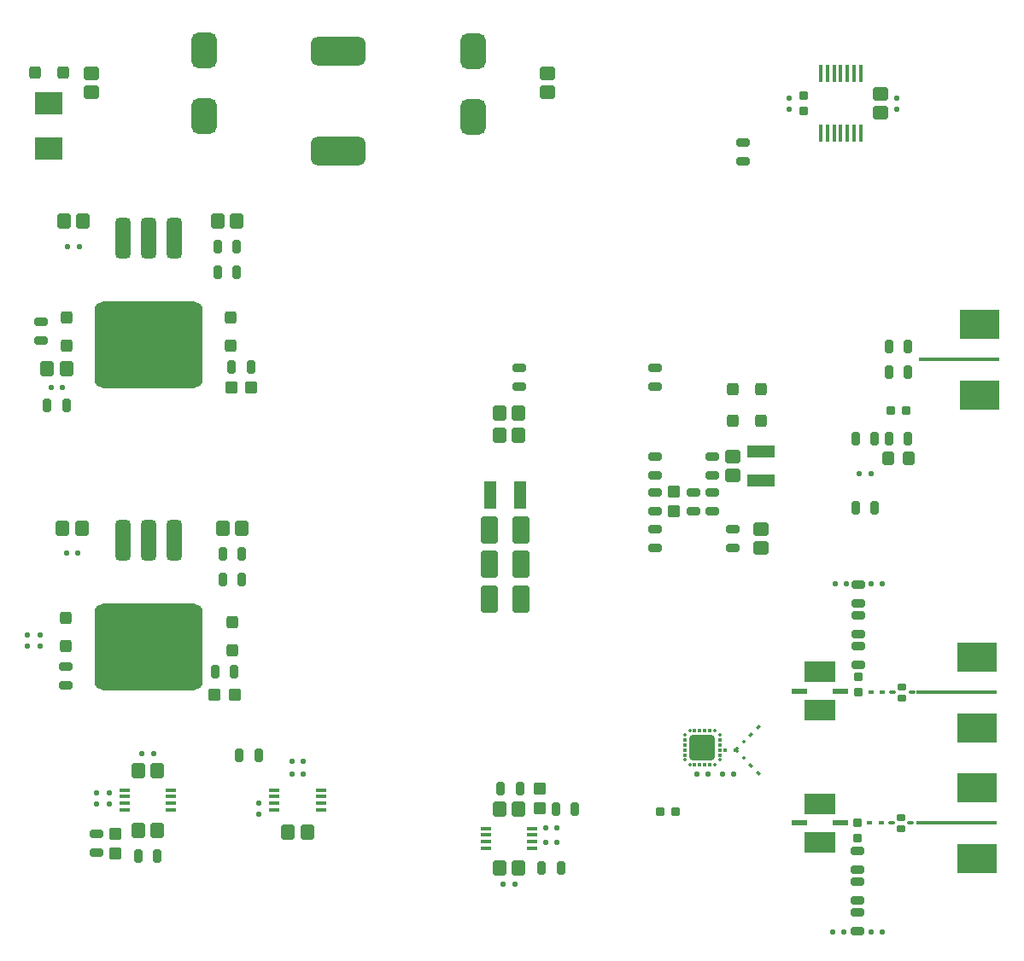
<source format=gtp>
%FSLAX23Y23*%
%MOIN*%
G70*
G01*
G75*
G04 Layer_Color=8421504*
%ADD10C,0.010*%
%ADD11C,0.020*%
%ADD12C,0.015*%
%ADD13C,0.012*%
%ADD14R,0.060X0.023*%
%ADD15R,0.120X0.080*%
G04:AMPARAMS|DCode=16|XSize=51mil|YSize=59mil|CornerRadius=8mil|HoleSize=0mil|Usage=FLASHONLY|Rotation=90.000|XOffset=0mil|YOffset=0mil|HoleType=Round|Shape=RoundedRectangle|*
%AMROUNDEDRECTD16*
21,1,0.051,0.044,0,0,90.0*
21,1,0.036,0.059,0,0,90.0*
1,1,0.015,0.022,0.018*
1,1,0.015,0.022,-0.018*
1,1,0.015,-0.022,-0.018*
1,1,0.015,-0.022,0.018*
%
%ADD16ROUNDEDRECTD16*%
G04:AMPARAMS|DCode=17|XSize=24mil|YSize=24mil|CornerRadius=6mil|HoleSize=0mil|Usage=FLASHONLY|Rotation=90.000|XOffset=0mil|YOffset=0mil|HoleType=Round|Shape=RoundedRectangle|*
%AMROUNDEDRECTD17*
21,1,0.024,0.012,0,0,90.0*
21,1,0.012,0.024,0,0,90.0*
1,1,0.012,0.006,0.006*
1,1,0.012,0.006,-0.006*
1,1,0.012,-0.006,-0.006*
1,1,0.012,-0.006,0.006*
%
%ADD17ROUNDEDRECTD17*%
G04:AMPARAMS|DCode=18|XSize=51mil|YSize=59mil|CornerRadius=8mil|HoleSize=0mil|Usage=FLASHONLY|Rotation=180.000|XOffset=0mil|YOffset=0mil|HoleType=Round|Shape=RoundedRectangle|*
%AMROUNDEDRECTD18*
21,1,0.051,0.044,0,0,180.0*
21,1,0.036,0.059,0,0,180.0*
1,1,0.015,-0.018,0.022*
1,1,0.015,0.018,0.022*
1,1,0.015,0.018,-0.022*
1,1,0.015,-0.018,-0.022*
%
%ADD18ROUNDEDRECTD18*%
G04:AMPARAMS|DCode=19|XSize=24mil|YSize=24mil|CornerRadius=6mil|HoleSize=0mil|Usage=FLASHONLY|Rotation=0.000|XOffset=0mil|YOffset=0mil|HoleType=Round|Shape=RoundedRectangle|*
%AMROUNDEDRECTD19*
21,1,0.024,0.012,0,0,0.0*
21,1,0.012,0.024,0,0,0.0*
1,1,0.012,0.006,-0.006*
1,1,0.012,-0.006,-0.006*
1,1,0.012,-0.006,0.006*
1,1,0.012,0.006,0.006*
%
%ADD19ROUNDEDRECTD19*%
%ADD20P,0.024X4X360.0*%
%ADD21P,0.024X4X90.0*%
%ADD22R,0.017X0.017*%
G04:AMPARAMS|DCode=23|XSize=98mil|YSize=138mil|CornerRadius=25mil|HoleSize=0mil|Usage=FLASHONLY|Rotation=0.000|XOffset=0mil|YOffset=0mil|HoleType=Round|Shape=RoundedRectangle|*
%AMROUNDEDRECTD23*
21,1,0.098,0.089,0,0,0.0*
21,1,0.049,0.138,0,0,0.0*
1,1,0.049,0.025,-0.044*
1,1,0.049,-0.025,-0.044*
1,1,0.049,-0.025,0.044*
1,1,0.049,0.025,0.044*
%
%ADD23ROUNDEDRECTD23*%
G04:AMPARAMS|DCode=24|XSize=106mil|YSize=67mil|CornerRadius=10mil|HoleSize=0mil|Usage=FLASHONLY|Rotation=270.000|XOffset=0mil|YOffset=0mil|HoleType=Round|Shape=RoundedRectangle|*
%AMROUNDEDRECTD24*
21,1,0.106,0.047,0,0,270.0*
21,1,0.086,0.067,0,0,270.0*
1,1,0.020,-0.023,-0.043*
1,1,0.020,-0.023,0.043*
1,1,0.020,0.023,0.043*
1,1,0.020,0.023,-0.043*
%
%ADD24ROUNDEDRECTD24*%
G04:AMPARAMS|DCode=25|XSize=35mil|YSize=35mil|CornerRadius=5mil|HoleSize=0mil|Usage=FLASHONLY|Rotation=270.000|XOffset=0mil|YOffset=0mil|HoleType=Round|Shape=RoundedRectangle|*
%AMROUNDEDRECTD25*
21,1,0.035,0.025,0,0,270.0*
21,1,0.025,0.035,0,0,270.0*
1,1,0.011,-0.012,-0.012*
1,1,0.011,-0.012,0.012*
1,1,0.011,0.012,0.012*
1,1,0.011,0.012,-0.012*
%
%ADD25ROUNDEDRECTD25*%
G04:AMPARAMS|DCode=26|XSize=51mil|YSize=47mil|CornerRadius=7mil|HoleSize=0mil|Usage=FLASHONLY|Rotation=90.000|XOffset=0mil|YOffset=0mil|HoleType=Round|Shape=RoundedRectangle|*
%AMROUNDEDRECTD26*
21,1,0.051,0.033,0,0,90.0*
21,1,0.037,0.047,0,0,90.0*
1,1,0.014,0.017,0.019*
1,1,0.014,0.017,-0.019*
1,1,0.014,-0.017,-0.019*
1,1,0.014,-0.017,0.019*
%
%ADD26ROUNDEDRECTD26*%
G04:AMPARAMS|DCode=27|XSize=47mil|YSize=47mil|CornerRadius=12mil|HoleSize=0mil|Usage=FLASHONLY|Rotation=270.000|XOffset=0mil|YOffset=0mil|HoleType=Round|Shape=RoundedRectangle|*
%AMROUNDEDRECTD27*
21,1,0.047,0.024,0,0,270.0*
21,1,0.024,0.047,0,0,270.0*
1,1,0.024,-0.012,-0.012*
1,1,0.024,-0.012,0.012*
1,1,0.024,0.012,0.012*
1,1,0.024,0.012,-0.012*
%
%ADD27ROUNDEDRECTD27*%
G04:AMPARAMS|DCode=28|XSize=47mil|YSize=47mil|CornerRadius=12mil|HoleSize=0mil|Usage=FLASHONLY|Rotation=180.000|XOffset=0mil|YOffset=0mil|HoleType=Round|Shape=RoundedRectangle|*
%AMROUNDEDRECTD28*
21,1,0.047,0.024,0,0,180.0*
21,1,0.024,0.047,0,0,180.0*
1,1,0.024,-0.012,0.012*
1,1,0.024,0.012,0.012*
1,1,0.024,0.012,-0.012*
1,1,0.024,-0.012,-0.012*
%
%ADD28ROUNDEDRECTD28*%
%ADD29R,0.110X0.085*%
G04:AMPARAMS|DCode=30|XSize=47mil|YSize=47mil|CornerRadius=7mil|HoleSize=0mil|Usage=FLASHONLY|Rotation=180.000|XOffset=0mil|YOffset=0mil|HoleType=Round|Shape=RoundedRectangle|*
%AMROUNDEDRECTD30*
21,1,0.047,0.033,0,0,180.0*
21,1,0.033,0.047,0,0,180.0*
1,1,0.014,-0.017,0.017*
1,1,0.014,0.017,0.017*
1,1,0.014,0.017,-0.017*
1,1,0.014,-0.017,-0.017*
%
%ADD30ROUNDEDRECTD30*%
G04:AMPARAMS|DCode=31|XSize=47mil|YSize=47mil|CornerRadius=7mil|HoleSize=0mil|Usage=FLASHONLY|Rotation=270.000|XOffset=0mil|YOffset=0mil|HoleType=Round|Shape=RoundedRectangle|*
%AMROUNDEDRECTD31*
21,1,0.047,0.033,0,0,270.0*
21,1,0.033,0.047,0,0,270.0*
1,1,0.014,-0.017,-0.017*
1,1,0.014,-0.017,0.017*
1,1,0.014,0.017,0.017*
1,1,0.014,0.017,-0.017*
%
%ADD31ROUNDEDRECTD31*%
G04:AMPARAMS|DCode=32|XSize=35mil|YSize=35mil|CornerRadius=5mil|HoleSize=0mil|Usage=FLASHONLY|Rotation=0.000|XOffset=0mil|YOffset=0mil|HoleType=Round|Shape=RoundedRectangle|*
%AMROUNDEDRECTD32*
21,1,0.035,0.025,0,0,0.0*
21,1,0.025,0.035,0,0,0.0*
1,1,0.011,0.012,-0.012*
1,1,0.011,-0.012,-0.012*
1,1,0.011,-0.012,0.012*
1,1,0.011,0.012,0.012*
%
%ADD32ROUNDEDRECTD32*%
G04:AMPARAMS|DCode=33|XSize=28mil|YSize=51mil|CornerRadius=4mil|HoleSize=0mil|Usage=FLASHONLY|Rotation=180.000|XOffset=0mil|YOffset=0mil|HoleType=Round|Shape=RoundedRectangle|*
%AMROUNDEDRECTD33*
21,1,0.028,0.043,0,0,180.0*
21,1,0.019,0.051,0,0,180.0*
1,1,0.008,-0.010,0.021*
1,1,0.008,0.010,0.021*
1,1,0.008,0.010,-0.021*
1,1,0.008,-0.010,-0.021*
%
%ADD33ROUNDEDRECTD33*%
G04:AMPARAMS|DCode=34|XSize=28mil|YSize=51mil|CornerRadius=4mil|HoleSize=0mil|Usage=FLASHONLY|Rotation=270.000|XOffset=0mil|YOffset=0mil|HoleType=Round|Shape=RoundedRectangle|*
%AMROUNDEDRECTD34*
21,1,0.028,0.043,0,0,270.0*
21,1,0.019,0.051,0,0,270.0*
1,1,0.008,-0.021,-0.010*
1,1,0.008,-0.021,0.010*
1,1,0.008,0.021,0.010*
1,1,0.008,0.021,-0.010*
%
%ADD34ROUNDEDRECTD34*%
G04:AMPARAMS|DCode=35|XSize=24mil|YSize=24mil|CornerRadius=5mil|HoleSize=0mil|Usage=FLASHONLY|Rotation=180.000|XOffset=0mil|YOffset=0mil|HoleType=Round|Shape=RoundedRectangle|*
%AMROUNDEDRECTD35*
21,1,0.024,0.014,0,0,180.0*
21,1,0.014,0.024,0,0,180.0*
1,1,0.009,-0.007,0.007*
1,1,0.009,0.007,0.007*
1,1,0.009,0.007,-0.007*
1,1,0.009,-0.007,-0.007*
%
%ADD35ROUNDEDRECTD35*%
%ADD36R,0.157X0.118*%
%ADD37R,0.315X0.017*%
G04:AMPARAMS|DCode=38|XSize=24mil|YSize=24mil|CornerRadius=5mil|HoleSize=0mil|Usage=FLASHONLY|Rotation=270.000|XOffset=0mil|YOffset=0mil|HoleType=Round|Shape=RoundedRectangle|*
%AMROUNDEDRECTD38*
21,1,0.024,0.014,0,0,270.0*
21,1,0.014,0.024,0,0,270.0*
1,1,0.009,-0.007,-0.007*
1,1,0.009,-0.007,0.007*
1,1,0.009,0.007,0.007*
1,1,0.009,0.007,-0.007*
%
%ADD38ROUNDEDRECTD38*%
G04:AMPARAMS|DCode=39|XSize=114mil|YSize=213mil|CornerRadius=29mil|HoleSize=0mil|Usage=FLASHONLY|Rotation=90.000|XOffset=0mil|YOffset=0mil|HoleType=Round|Shape=RoundedRectangle|*
%AMROUNDEDRECTD39*
21,1,0.114,0.156,0,0,90.0*
21,1,0.057,0.213,0,0,90.0*
1,1,0.057,0.078,0.029*
1,1,0.057,0.078,-0.029*
1,1,0.057,-0.078,-0.029*
1,1,0.057,-0.078,0.029*
%
%ADD39ROUNDEDRECTD39*%
%ADD40R,0.051X0.106*%
%ADD41R,0.106X0.051*%
G04:AMPARAMS|DCode=42|XSize=12mil|YSize=26mil|CornerRadius=1mil|HoleSize=0mil|Usage=FLASHONLY|Rotation=90.000|XOffset=0mil|YOffset=0mil|HoleType=Round|Shape=RoundedRectangle|*
%AMROUNDEDRECTD42*
21,1,0.012,0.023,0,0,90.0*
21,1,0.009,0.026,0,0,90.0*
1,1,0.003,0.012,0.004*
1,1,0.003,0.012,-0.004*
1,1,0.003,-0.012,-0.004*
1,1,0.003,-0.012,0.004*
%
%ADD42ROUNDEDRECTD42*%
G04:AMPARAMS|DCode=43|XSize=32mil|YSize=28mil|CornerRadius=3mil|HoleSize=0mil|Usage=FLASHONLY|Rotation=180.000|XOffset=0mil|YOffset=0mil|HoleType=Round|Shape=RoundedRectangle|*
%AMROUNDEDRECTD43*
21,1,0.032,0.021,0,0,180.0*
21,1,0.025,0.028,0,0,180.0*
1,1,0.007,-0.012,0.010*
1,1,0.007,0.012,0.010*
1,1,0.007,0.012,-0.010*
1,1,0.007,-0.012,-0.010*
%
%ADD43ROUNDEDRECTD43*%
G04:AMPARAMS|DCode=44|XSize=31mil|YSize=51mil|CornerRadius=5mil|HoleSize=0mil|Usage=FLASHONLY|Rotation=270.000|XOffset=0mil|YOffset=0mil|HoleType=Round|Shape=RoundedRectangle|*
%AMROUNDEDRECTD44*
21,1,0.031,0.042,0,0,270.0*
21,1,0.022,0.051,0,0,270.0*
1,1,0.009,-0.021,-0.011*
1,1,0.009,-0.021,0.011*
1,1,0.009,0.021,0.011*
1,1,0.009,0.021,-0.011*
%
%ADD44ROUNDEDRECTD44*%
G04:AMPARAMS|DCode=45|XSize=31mil|YSize=51mil|CornerRadius=5mil|HoleSize=0mil|Usage=FLASHONLY|Rotation=0.000|XOffset=0mil|YOffset=0mil|HoleType=Round|Shape=RoundedRectangle|*
%AMROUNDEDRECTD45*
21,1,0.031,0.042,0,0,0.0*
21,1,0.022,0.051,0,0,0.0*
1,1,0.009,0.011,-0.021*
1,1,0.009,-0.011,-0.021*
1,1,0.009,-0.011,0.021*
1,1,0.009,0.011,0.021*
%
%ADD45ROUNDEDRECTD45*%
G04:AMPARAMS|DCode=46|XSize=59mil|YSize=157mil|CornerRadius=15mil|HoleSize=0mil|Usage=FLASHONLY|Rotation=0.000|XOffset=0mil|YOffset=0mil|HoleType=Round|Shape=RoundedRectangle|*
%AMROUNDEDRECTD46*
21,1,0.059,0.128,0,0,0.0*
21,1,0.030,0.157,0,0,0.0*
1,1,0.030,0.015,-0.064*
1,1,0.030,-0.015,-0.064*
1,1,0.030,-0.015,0.064*
1,1,0.030,0.015,0.064*
%
%ADD46ROUNDEDRECTD46*%
G04:AMPARAMS|DCode=47|XSize=421mil|YSize=339mil|CornerRadius=34mil|HoleSize=0mil|Usage=FLASHONLY|Rotation=0.000|XOffset=0mil|YOffset=0mil|HoleType=Round|Shape=RoundedRectangle|*
%AMROUNDEDRECTD47*
21,1,0.421,0.271,0,0,0.0*
21,1,0.354,0.339,0,0,0.0*
1,1,0.068,0.177,-0.135*
1,1,0.068,-0.177,-0.135*
1,1,0.068,-0.177,0.135*
1,1,0.068,0.177,0.135*
%
%ADD47ROUNDEDRECTD47*%
G04:AMPARAMS|DCode=48|XSize=16mil|YSize=40mil|CornerRadius=4mil|HoleSize=0mil|Usage=FLASHONLY|Rotation=90.000|XOffset=0mil|YOffset=0mil|HoleType=Round|Shape=RoundedRectangle|*
%AMROUNDEDRECTD48*
21,1,0.016,0.032,0,0,90.0*
21,1,0.008,0.040,0,0,90.0*
1,1,0.008,0.016,0.004*
1,1,0.008,0.016,-0.004*
1,1,0.008,-0.016,-0.004*
1,1,0.008,-0.016,0.004*
%
%ADD48ROUNDEDRECTD48*%
G04:AMPARAMS|DCode=49|XSize=12mil|YSize=13mil|CornerRadius=3mil|HoleSize=0mil|Usage=FLASHONLY|Rotation=0.000|XOffset=0mil|YOffset=0mil|HoleType=Round|Shape=RoundedRectangle|*
%AMROUNDEDRECTD49*
21,1,0.012,0.007,0,0,0.0*
21,1,0.006,0.013,0,0,0.0*
1,1,0.006,0.003,-0.003*
1,1,0.006,-0.003,-0.003*
1,1,0.006,-0.003,0.003*
1,1,0.006,0.003,0.003*
%
%ADD49ROUNDEDRECTD49*%
%ADD50R,0.012X0.013*%
G04:AMPARAMS|DCode=51|XSize=13mil|YSize=12mil|CornerRadius=3mil|HoleSize=0mil|Usage=FLASHONLY|Rotation=90.000|XOffset=0mil|YOffset=0mil|HoleType=Round|Shape=RoundedRectangle|*
%AMROUNDEDRECTD51*
21,1,0.013,0.006,0,0,90.0*
21,1,0.007,0.012,0,0,90.0*
1,1,0.006,0.003,0.003*
1,1,0.006,0.003,-0.003*
1,1,0.006,-0.003,-0.003*
1,1,0.006,-0.003,0.003*
%
%ADD51ROUNDEDRECTD51*%
%ADD52R,0.012X0.013*%
%ADD53R,0.012X0.012*%
G04:AMPARAMS|DCode=54|XSize=98mil|YSize=98mil|CornerRadius=10mil|HoleSize=0mil|Usage=FLASHONLY|Rotation=0.000|XOffset=0mil|YOffset=0mil|HoleType=Round|Shape=RoundedRectangle|*
%AMROUNDEDRECTD54*
21,1,0.098,0.079,0,0,0.0*
21,1,0.079,0.098,0,0,0.0*
1,1,0.020,0.039,-0.039*
1,1,0.020,-0.039,-0.039*
1,1,0.020,-0.039,0.039*
1,1,0.020,0.039,0.039*
%
%ADD54ROUNDEDRECTD54*%
%ADD55R,0.017X0.070*%
G04:AMPARAMS|DCode=56|XSize=17mil|YSize=24mil|CornerRadius=0mil|HoleSize=0mil|Usage=FLASHONLY|Rotation=135.000|XOffset=0mil|YOffset=0mil|HoleType=Round|Shape=Rectangle|*
%AMROTATEDRECTD56*
4,1,4,0.014,0.002,-0.002,-0.014,-0.014,-0.002,0.002,0.014,0.014,0.002,0.0*
%
%ADD56ROTATEDRECTD56*%

G04:AMPARAMS|DCode=57|XSize=17mil|YSize=24mil|CornerRadius=0mil|HoleSize=0mil|Usage=FLASHONLY|Rotation=45.000|XOffset=0mil|YOffset=0mil|HoleType=Round|Shape=Rectangle|*
%AMROTATEDRECTD57*
4,1,4,0.002,-0.014,-0.014,0.002,-0.002,0.014,0.014,-0.002,0.002,-0.014,0.0*
%
%ADD57ROTATEDRECTD57*%

%ADD58R,0.024X0.017*%
%ADD59C,0.025*%
%ADD60C,0.017*%
%ADD61C,0.079*%
%ADD62R,0.059X0.059*%
%ADD63C,0.059*%
%ADD64C,0.080*%
%ADD65C,0.061*%
%ADD66R,0.061X0.061*%
%ADD67C,0.028*%
%ADD68C,0.030*%
%ADD69C,0.008*%
%ADD70C,0.016*%
%ADD71C,0.020*%
%ADD72C,0.006*%
%ADD73C,0.006*%
%ADD74C,0.003*%
%ADD75C,0.004*%
%ADD76C,0.004*%
%ADD77C,0.003*%
%ADD78C,0.008*%
%ADD79R,0.017X0.008*%
G04:AMPARAMS|DCode=80|XSize=19mil|YSize=19mil|CornerRadius=4mil|HoleSize=0mil|Usage=FLASHONLY|Rotation=90.000|XOffset=0mil|YOffset=0mil|HoleType=Round|Shape=RoundedRectangle|*
%AMROUNDEDRECTD80*
21,1,0.019,0.012,0,0,90.0*
21,1,0.012,0.019,0,0,90.0*
1,1,0.007,0.006,0.006*
1,1,0.007,0.006,-0.006*
1,1,0.007,-0.006,-0.006*
1,1,0.007,-0.006,0.006*
%
%ADD80ROUNDEDRECTD80*%
G04:AMPARAMS|DCode=81|XSize=19mil|YSize=19mil|CornerRadius=4mil|HoleSize=0mil|Usage=FLASHONLY|Rotation=0.000|XOffset=0mil|YOffset=0mil|HoleType=Round|Shape=RoundedRectangle|*
%AMROUNDEDRECTD81*
21,1,0.019,0.012,0,0,0.0*
21,1,0.012,0.019,0,0,0.0*
1,1,0.007,0.006,-0.006*
1,1,0.007,-0.006,-0.006*
1,1,0.007,-0.006,0.006*
1,1,0.007,0.006,0.006*
%
%ADD81ROUNDEDRECTD81*%
%ADD82P,0.017X4X360.0*%
%ADD83P,0.017X4X90.0*%
%ADD84R,0.012X0.012*%
G04:AMPARAMS|DCode=85|XSize=12mil|YSize=19mil|CornerRadius=0mil|HoleSize=0mil|Usage=FLASHONLY|Rotation=135.000|XOffset=0mil|YOffset=0mil|HoleType=Round|Shape=Rectangle|*
%AMROTATEDRECTD85*
4,1,4,0.011,0.002,-0.002,-0.011,-0.011,-0.002,0.002,0.011,0.011,0.002,0.0*
%
%ADD85ROTATEDRECTD85*%

G04:AMPARAMS|DCode=86|XSize=12mil|YSize=19mil|CornerRadius=0mil|HoleSize=0mil|Usage=FLASHONLY|Rotation=45.000|XOffset=0mil|YOffset=0mil|HoleType=Round|Shape=Rectangle|*
%AMROTATEDRECTD86*
4,1,4,0.002,-0.011,-0.011,0.002,-0.002,0.011,0.011,-0.002,0.002,-0.011,0.0*
%
%ADD86ROTATEDRECTD86*%

%ADD87R,0.019X0.012*%
D14*
X4215Y2060D02*
D03*
X4375D02*
D03*
X4215Y1545D02*
D03*
X4375D02*
D03*
D15*
X4295Y2135D02*
D03*
Y1985D02*
D03*
Y1620D02*
D03*
Y1470D02*
D03*
D16*
X4065Y2618D02*
D03*
Y2692D02*
D03*
X3955Y2977D02*
D03*
Y2903D02*
D03*
X1450Y4472D02*
D03*
Y4398D02*
D03*
X3230D02*
D03*
Y4472D02*
D03*
X4530Y4318D02*
D03*
Y4392D02*
D03*
D18*
X2292Y1510D02*
D03*
X2218D02*
D03*
X1417Y3895D02*
D03*
X1343D02*
D03*
X1352Y3320D02*
D03*
X1278D02*
D03*
X1943Y3895D02*
D03*
X2017D02*
D03*
X3117Y1370D02*
D03*
X3043D02*
D03*
X1412Y2695D02*
D03*
X1338D02*
D03*
X3117Y1600D02*
D03*
X3043D02*
D03*
X1963Y2695D02*
D03*
X2037D02*
D03*
X1633Y1750D02*
D03*
X1707D02*
D03*
X1633Y1515D02*
D03*
X1707D02*
D03*
X3043Y3145D02*
D03*
X3117D02*
D03*
X3043Y3060D02*
D03*
X3117D02*
D03*
D23*
X1890Y4561D02*
D03*
Y4305D02*
D03*
X2940Y4304D02*
D03*
Y4560D02*
D03*
D24*
X3128Y2555D02*
D03*
X3002D02*
D03*
X3128Y2420D02*
D03*
X3002D02*
D03*
X3128Y2690D02*
D03*
X3002D02*
D03*
D25*
X4570Y3155D02*
D03*
X4630D02*
D03*
X3670Y1590D02*
D03*
X3730D02*
D03*
D26*
X4561Y2970D02*
D03*
X4639D02*
D03*
D27*
X1355Y3520D02*
D03*
Y3410D02*
D03*
X1995Y3410D02*
D03*
Y3520D02*
D03*
X1350Y2345D02*
D03*
Y2235D02*
D03*
X2000Y2220D02*
D03*
Y2330D02*
D03*
D28*
X1340Y4475D02*
D03*
X1230D02*
D03*
X3955Y3115D02*
D03*
X4065D02*
D03*
X4065Y3240D02*
D03*
X3955D02*
D03*
D29*
X1285Y4355D02*
D03*
Y4180D02*
D03*
D30*
X1996Y3245D02*
D03*
X2074D02*
D03*
X1931Y2045D02*
D03*
X2009D02*
D03*
D31*
X1545Y1426D02*
D03*
Y1504D02*
D03*
X3200Y1679D02*
D03*
Y1601D02*
D03*
X3725Y2761D02*
D03*
Y2839D02*
D03*
D32*
X4230Y4325D02*
D03*
Y4385D02*
D03*
X4445Y2055D02*
D03*
Y2115D02*
D03*
X4440Y1545D02*
D03*
Y1485D02*
D03*
D36*
X4906Y2193D02*
D03*
Y1917D02*
D03*
Y1683D02*
D03*
Y1407D02*
D03*
X4916Y3493D02*
D03*
Y3217D02*
D03*
D37*
X4828Y2055D02*
D03*
Y1545D02*
D03*
X4838Y3355D02*
D03*
D39*
X2415Y4560D02*
D03*
Y4170D02*
D03*
D40*
X3008Y2825D02*
D03*
X3122D02*
D03*
D41*
X4065Y2883D02*
D03*
Y2997D02*
D03*
D42*
X4652Y2055D02*
D03*
X4578D02*
D03*
X4647Y1545D02*
D03*
X4573D02*
D03*
D43*
X4615Y2033D02*
D03*
Y2077D02*
D03*
X4610Y1523D02*
D03*
Y1567D02*
D03*
D44*
X1255Y3502D02*
D03*
Y3428D02*
D03*
X1350Y2157D02*
D03*
Y2083D02*
D03*
X1470Y1502D02*
D03*
Y1428D02*
D03*
X4445Y2163D02*
D03*
Y2237D02*
D03*
Y2283D02*
D03*
Y2357D02*
D03*
Y2403D02*
D03*
Y2477D02*
D03*
X4440Y1437D02*
D03*
Y1363D02*
D03*
Y1317D02*
D03*
Y1243D02*
D03*
Y1197D02*
D03*
Y1123D02*
D03*
X3650Y2618D02*
D03*
Y2692D02*
D03*
X3875Y2837D02*
D03*
Y2763D02*
D03*
X3800D02*
D03*
Y2837D02*
D03*
X3650Y2977D02*
D03*
Y2903D02*
D03*
Y2837D02*
D03*
Y2763D02*
D03*
X3875Y2903D02*
D03*
Y2977D02*
D03*
X3955Y2692D02*
D03*
Y2618D02*
D03*
X3120Y3248D02*
D03*
Y3322D02*
D03*
X3650Y3248D02*
D03*
Y3322D02*
D03*
X3995Y4128D02*
D03*
Y4202D02*
D03*
D45*
X1943Y3695D02*
D03*
X2017D02*
D03*
X2072Y3325D02*
D03*
X1998D02*
D03*
X2017Y3795D02*
D03*
X1943D02*
D03*
X3282Y1370D02*
D03*
X3208D02*
D03*
X1352Y3175D02*
D03*
X1278D02*
D03*
X1963Y2495D02*
D03*
X2037D02*
D03*
X2007Y2135D02*
D03*
X1933D02*
D03*
X2037Y2595D02*
D03*
X1963D02*
D03*
X3337Y1600D02*
D03*
X3263D02*
D03*
X1707Y1415D02*
D03*
X1633D02*
D03*
X3048Y1680D02*
D03*
X3122D02*
D03*
X2102Y1810D02*
D03*
X2028D02*
D03*
X4637Y3305D02*
D03*
X4563D02*
D03*
X4507Y3045D02*
D03*
X4433D02*
D03*
Y2775D02*
D03*
X4507D02*
D03*
X4637Y3045D02*
D03*
X4563D02*
D03*
X4637Y3405D02*
D03*
X4563D02*
D03*
D46*
X1575Y3829D02*
D03*
X1675D02*
D03*
X1775D02*
D03*
X1575Y2649D02*
D03*
X1675D02*
D03*
X1775D02*
D03*
D47*
X1675Y3411D02*
D03*
Y2231D02*
D03*
D48*
X2989Y1447D02*
D03*
Y1472D02*
D03*
Y1498D02*
D03*
Y1523D02*
D03*
X3171D02*
D03*
Y1498D02*
D03*
Y1472D02*
D03*
Y1447D02*
D03*
X1761Y1673D02*
D03*
Y1648D02*
D03*
Y1622D02*
D03*
Y1597D02*
D03*
X1579D02*
D03*
Y1622D02*
D03*
Y1648D02*
D03*
Y1673D02*
D03*
X2346D02*
D03*
Y1648D02*
D03*
Y1622D02*
D03*
Y1597D02*
D03*
X2164D02*
D03*
Y1622D02*
D03*
Y1648D02*
D03*
Y1673D02*
D03*
D49*
X3786Y1907D02*
D03*
X3884D02*
D03*
Y1773D02*
D03*
X3786D02*
D03*
D50*
X3805Y1907D02*
D03*
X3825D02*
D03*
X3845D02*
D03*
X3865D02*
D03*
Y1773D02*
D03*
X3845D02*
D03*
X3825D02*
D03*
X3805D02*
D03*
D51*
X3902Y1889D02*
D03*
Y1791D02*
D03*
X3768D02*
D03*
Y1889D02*
D03*
D52*
X3902Y1870D02*
D03*
Y1850D02*
D03*
Y1830D02*
D03*
Y1810D02*
D03*
D53*
X3768D02*
D03*
Y1830D02*
D03*
Y1850D02*
D03*
Y1870D02*
D03*
D54*
X3835Y1840D02*
D03*
D55*
X4298Y4238D02*
D03*
X4324D02*
D03*
X4349D02*
D03*
X4375D02*
D03*
X4401D02*
D03*
X4426D02*
D03*
X4452D02*
D03*
Y4472D02*
D03*
X4426D02*
D03*
X4401D02*
D03*
X4375D02*
D03*
X4349D02*
D03*
X4324D02*
D03*
X4298D02*
D03*
D80*
X4387Y1120D02*
D03*
X4343D02*
D03*
X4493D02*
D03*
X4537D02*
D03*
X4397Y2480D02*
D03*
X4353D02*
D03*
X4493D02*
D03*
X4537D02*
D03*
X2277Y1735D02*
D03*
X2233D02*
D03*
X2277Y1785D02*
D03*
X2233D02*
D03*
X1358Y3795D02*
D03*
X1402D02*
D03*
X1293Y3245D02*
D03*
X1337D02*
D03*
X3058Y1305D02*
D03*
X3102D02*
D03*
X1353Y2600D02*
D03*
X1397D02*
D03*
X3267Y1525D02*
D03*
X3223D02*
D03*
X3267Y1470D02*
D03*
X3223D02*
D03*
X1692Y1815D02*
D03*
X1648D02*
D03*
X3813Y1735D02*
D03*
X3857D02*
D03*
X3957D02*
D03*
X3913D02*
D03*
X4492Y2910D02*
D03*
X4448D02*
D03*
D81*
X2105Y1578D02*
D03*
Y1622D02*
D03*
X1200Y2278D02*
D03*
Y2235D02*
D03*
X1250Y2278D02*
D03*
Y2235D02*
D03*
X1470Y1662D02*
D03*
Y1618D02*
D03*
X1520Y1662D02*
D03*
Y1618D02*
D03*
X4595Y4377D02*
D03*
Y4333D02*
D03*
X4175D02*
D03*
Y4377D02*
D03*
D82*
X3971Y1825D02*
D03*
X3997Y1799D02*
D03*
D83*
X3971Y1835D02*
D03*
X3997Y1861D02*
D03*
D84*
X3962Y1830D02*
D03*
X3925D02*
D03*
D85*
X4025Y1890D02*
D03*
X4055Y1920D02*
D03*
D86*
X4025Y1770D02*
D03*
X4055Y1740D02*
D03*
D87*
X4493Y2055D02*
D03*
X4537D02*
D03*
X4488Y1545D02*
D03*
X4532D02*
D03*
M02*

</source>
